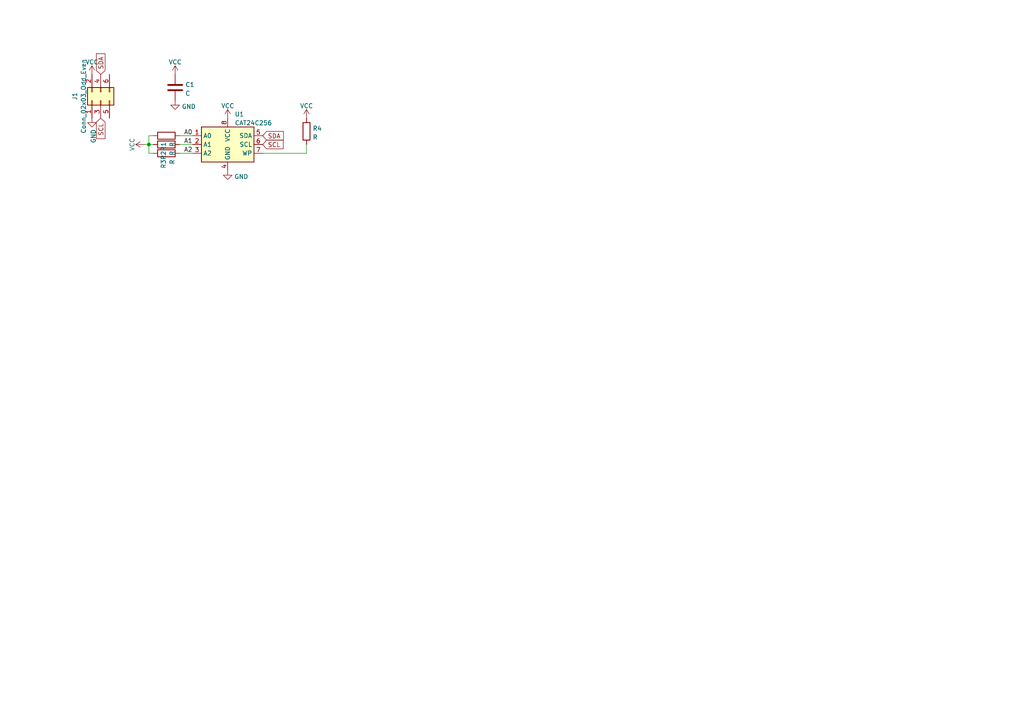
<source format=kicad_sch>
(kicad_sch (version 20211123) (generator eeschema)
  (paper "A4")
  (lib_symbols
    (symbol "Connector_Generic:Conn_02x03_Odd_Even" (pin_names (offset 1.016) hide)
      (property "Reference" "J" (at 1.27 5.08 0))
      (property "Value" "Conn_02x03_Odd_Even" (at 1.27 -5.08 0))
      (symbol "Conn_02x03_Odd_Even_1_1"
        (rectangle (start -1.27 -2.413) (end 0 -2.667) (stroke (width 0.1524)))
        (rectangle (start -1.27 0.127) (end 0 -0.127) (stroke (width 0.1524)))
        (rectangle (start -1.27 2.667) (end 0 2.413) (stroke (width 0.1524)))
        (rectangle (start -1.27 3.81) (end 3.81 -3.81) (stroke (width 0.254)) (fill (type background)))
        (rectangle (start 3.81 -2.413) (end 2.54 -2.667) (stroke (width 0.1524)))
        (rectangle (start 3.81 0.127) (end 2.54 -0.127) (stroke (width 0.1524)))
        (rectangle (start 3.81 2.667) (end 2.54 2.413) (stroke (width 0.1524)))
        (pin passive line (at -5.08 2.54 0) (length 3.81) (name "Pin_1") (number "1"))
        (pin passive line (at 7.62 2.54 180) (length 3.81) (name "Pin_2") (number "2"))
        (pin passive line (at -5.08 0 0) (length 3.81) (name "Pin_3") (number "3"))
        (pin passive line (at 7.62 0 180) (length 3.81) (name "Pin_4") (number "4"))
        (pin passive line (at -5.08 -2.54 0) (length 3.81) (name "Pin_5") (number "5"))
        (pin passive line (at 7.62 -2.54 180) (length 3.81) (name "Pin_6") (number "6"))
      )
    )
    (symbol "Device:C" (pin_numbers hide) (pin_names (offset 0.254))
      (property "Reference" "C" (at 0.635 2.54 0))
      (property "Value" "C" (at 0.635 -2.54 0))
      (symbol "C_0_1"
        (polyline (pts (xy -2.032 -0.762) (xy 2.032 -0.762)) (stroke (width 0.508)))
        (polyline (pts (xy -2.032 0.762) (xy 2.032 0.762)) (stroke (width 0.508)))
      )
      (symbol "C_1_1"
        (pin passive line (at 0 3.81 270) (length 2.794) (name "~") (number "1"))
        (pin passive line (at 0 -3.81 90) (length 2.794) (name "~") (number "2"))
      )
    )
    (symbol "Device:R" (pin_numbers hide) (pin_names (offset 0))
      (property "Reference" "R" (at 2.032 0 90))
      (property "Value" "R" (at 0 0 90))
      (symbol "R_0_1"
        (rectangle (start -1.016 -2.54) (end 1.016 2.54) (stroke (width 0.254)))
      )
      (symbol "R_1_1"
        (pin passive line (at 0 3.81 270) (length 1.27) (name "~") (number "1"))
        (pin passive line (at 0 -3.81 90) (length 1.27) (name "~") (number "2"))
      )
    )
    (symbol "Memory_EEPROM:CAT24C256"
      (property "Reference" "U" (at -6.35 6.35 0))
      (property "Value" "CAT24C256" (at 1.27 6.35 0))
      (symbol "CAT24C256_1_1"
        (rectangle (start -7.62 5.08) (end 7.62 -5.08) (stroke (width 0.254)) (fill (type background)))
        (pin input line (at -10.16 2.54 0) (length 2.54) (name "A0") (number "1"))
        (pin input line (at -10.16 0 0) (length 2.54) (name "A1") (number "2"))
        (pin input line (at -10.16 -2.54 0) (length 2.54) (name "A2") (number "3"))
        (pin power_in line (at 0 -7.62 90) (length 2.54) (name "GND") (number "4"))
        (pin bidirectional line (at 10.16 2.54 180) (length 2.54) (name "SDA") (number "5"))
        (pin input line (at 10.16 0 180) (length 2.54) (name "SCL") (number "6"))
        (pin input line (at 10.16 -2.54 180) (length 2.54) (name "WP") (number "7"))
        (pin power_in line (at 0 7.62 270) (length 2.54) (name "VCC") (number "8"))
      )
    )
    (symbol "power:GND" (power) (pin_names (offset 0))
      (property "Value" "GND" (at 0 -3.81 0))
      (symbol "GND_0_1"
        (polyline (pts (xy 0 0) (xy 0 -1.27) (xy 1.27 -1.27) (xy 0 -2.54) (xy -1.27 -1.27) (xy 0 -1.27)))
      )
      (symbol "GND_1_1"
        (pin power_in line (at 0 0 270) (length 0) hide (name "GND") (number "1"))
      )
    )
    (symbol "power:VCC" (power) (pin_names (offset 0))
      (property "Value" "VCC" (at 0 3.81 0))
      (symbol "VCC_0_1"
        (polyline (pts (xy -0.762 1.27) (xy 0 2.54)))
        (polyline (pts (xy 0 0) (xy 0 2.54)))
        (polyline (pts (xy 0 2.54) (xy 0.762 1.27)))
      )
      (symbol "VCC_1_1"
        (pin power_in line (at 0 0 90) (length 0) hide (name "VCC") (number "1"))
      )
    )
  )
  (junction (at 43.18 41.91))
  (wire (pts (xy 44.45 39.37) (xy 43.18 39.37)))
  (wire (pts (xy 43.18 41.91) (xy 44.45 41.91)))
  (wire (pts (xy 76.2 44.45) (xy 88.9 44.45)))
  (wire (pts (xy 52.07 41.91) (xy 55.88 41.91)))
  (wire (pts (xy 52.07 44.45) (xy 55.88 44.45)))
  (wire (pts (xy 43.18 39.37) (xy 43.18 41.91)))
  (wire (pts (xy 43.18 44.45) (xy 43.18 41.91)))
  (wire (pts (xy 43.18 41.91) (xy 41.91 41.91)))
  (wire (pts (xy 44.45 44.45) (xy 43.18 44.45)))
  (wire (pts (xy 88.9 44.45) (xy 88.9 41.91)))
  (wire (pts (xy 52.07 39.37) (xy 55.88 39.37)))
  (label "A2" (at 53.34 44.45 0))
  (label "A0" (at 53.34 39.37 0))
  (label "A1" (at 53.34 41.91 0))
  (global_label "SDA" (shape input) (at 29.21 21.59 90) (property "Intersheet References" "${INTERSHEET_REFS}" (effects hide)))
  (global_label "SDA" (shape input) (at 76.2 39.37 0) (property "Intersheet References" "${INTERSHEET_REFS}" (effects hide)))
  (global_label "SCL" (shape input) (at 29.21 34.29 270) (property "Intersheet References" "${INTERSHEET_REFS}" (effects hide)))
  (global_label "SCL" (shape input) (at 76.2 41.91 0) (property "Intersheet References" "${INTERSHEET_REFS}" (effects hide)))
  (symbol (lib_id "power:GND") (at 50.8 29.21 0) (unit 1)
    (property "Reference" "#PWR0107" (effects hide))
    (property "Value" "GND" (at 52.705 30.9138 0) (effects (justify left)))
  )
  (symbol (lib_id "power:VCC") (at 50.8 21.59 0) (unit 1)
    (property "Reference" "#PWR0108" (effects hide))
    (property "Value" "VCC" (at 50.8 18.0142 0))
  )
  (symbol (lib_id "Device:C") (at 50.8 25.4 0) (unit 1)
    (property "Reference" "C1" (at 53.721 24.5653 0) (effects (justify left)))
    (property "Value" "C" (at 53.721 27.1022 0) (effects (justify left)))
    (property "Footprint" "Capacitor_SMD:C_0805_2012Metric_Pad1.18x1.45mm_HandSolder" (effects hide))
  )
  (symbol (lib_id "power:GND") (at 26.67 34.29 0) (unit 1)
    (property "Reference" "#PWR0101" (effects hide))
    (property "Value" "GND" (at 27.1038 37.4649 90) (effects (justify right)))
  )
  (symbol (lib_id "power:VCC") (at 26.67 21.59 0) (unit 1)
    (property "Reference" "#PWR0102" (effects hide))
    (property "Value" "VCC" (at 26.67 18.0142 0))
  )
  (symbol (lib_id "Device:R") (at 48.26 41.91 90) (mirror x) (unit 1)
    (property "Reference" "R2" (at 47.4253 43.688 0) (effects (justify left)))
    (property "Value" "R" (at 49.9622 43.688 0) (effects (justify left)))
    (property "Footprint" "Resistor_SMD:R_0805_2012Metric_Pad1.20x1.40mm_HandSolder" (effects hide))
  )
  (symbol (lib_id "Connector_Generic:Conn_02x03_Odd_Even") (at 29.21 29.21 90) (unit 1)
    (property "Reference" "J1" (at 21.7002 27.94 0))
    (property "Value" "Conn_02x03_Odd_Even" (at 24.2371 27.94 0))
    (property "Footprint" "Connector_PinSocket_2.54mm:PinSocket_2x03_P2.54mm_Vertical_SMD" (effects hide))
  )
  (symbol (lib_id "power:VCC") (at 88.9 34.29 0) (unit 1)
    (property "Reference" "#PWR0103" (effects hide))
    (property "Value" "VCC" (at 88.9 30.7142 0))
  )
  (symbol (lib_id "power:VCC") (at 41.91 41.91 90) (mirror x) (unit 1)
    (property "Reference" "#PWR0104" (effects hide))
    (property "Value" "VCC" (at 38.3342 41.91 0))
  )
  (symbol (lib_id "Device:R") (at 48.26 39.37 90) (mirror x) (unit 1)
    (property "Reference" "R1" (at 47.4253 41.148 0) (effects (justify left)))
    (property "Value" "R" (at 49.9622 41.148 0) (effects (justify left)))
    (property "Footprint" "Resistor_SMD:R_0805_2012Metric_Pad1.20x1.40mm_HandSolder" (effects hide))
  )
  (symbol (lib_id "Device:R") (at 48.26 44.45 90) (mirror x) (unit 1)
    (property "Reference" "R3" (at 47.4253 46.228 0) (effects (justify left)))
    (property "Value" "R" (at 49.9622 46.228 0) (effects (justify left)))
    (property "Footprint" "Resistor_SMD:R_0805_2012Metric_Pad1.20x1.40mm_HandSolder" (effects hide))
  )
  (symbol (lib_id "Memory_EEPROM:CAT24C256") (at 66.04 41.91 0) (unit 1)
    (property "Reference" "U1" (at 68.0594 33.1302 0) (effects (justify left)))
    (property "Value" "CAT24C256" (at 68.0594 35.6671 0) (effects (justify left)))
    (property "Footprint" "Package_SO:SOIC-8_5.23x5.23mm_P1.27mm" (effects hide))
    (property "Datasheet" "https://www.onsemi.cn/PowerSolutions/document/CAT24C256-D.PDF" (effects hide))
  )
  (symbol (lib_id "power:GND") (at 66.04 49.53 0) (unit 1)
    (property "Reference" "#PWR0105" (effects hide))
    (property "Value" "GND" (at 67.945 51.2338 0) (effects (justify left)))
  )
  (symbol (lib_id "power:VCC") (at 66.04 34.29 0) (unit 1)
    (property "Reference" "#PWR0106" (effects hide))
    (property "Value" "VCC" (at 66.04 30.7142 0))
  )
  (symbol (lib_id "Device:R") (at 88.9 38.1 0) (unit 1)
    (property "Reference" "R4" (at 90.678 37.2653 0) (effects (justify left)))
    (property "Value" "R" (at 90.678 39.8022 0) (effects (justify left)))
    (property "Footprint" "Resistor_SMD:R_0805_2012Metric_Pad1.20x1.40mm_HandSolder" (effects hide))
  )
)
</source>
